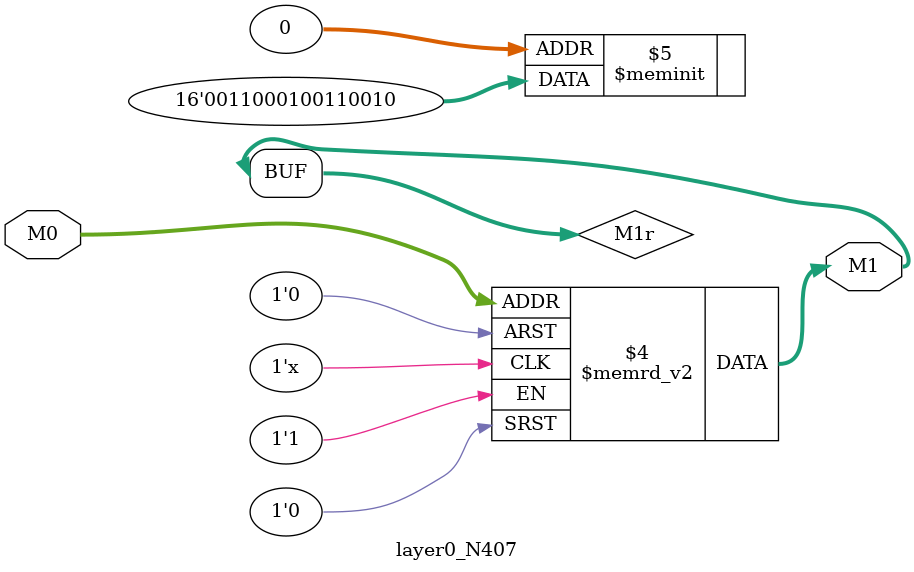
<source format=v>
module layer0_N407 ( input [2:0] M0, output [1:0] M1 );

	(*rom_style = "distributed" *) reg [1:0] M1r;
	assign M1 = M1r;
	always @ (M0) begin
		case (M0)
			3'b000: M1r = 2'b10;
			3'b100: M1r = 2'b01;
			3'b010: M1r = 2'b11;
			3'b110: M1r = 2'b11;
			3'b001: M1r = 2'b00;
			3'b101: M1r = 2'b00;
			3'b011: M1r = 2'b00;
			3'b111: M1r = 2'b00;

		endcase
	end
endmodule

</source>
